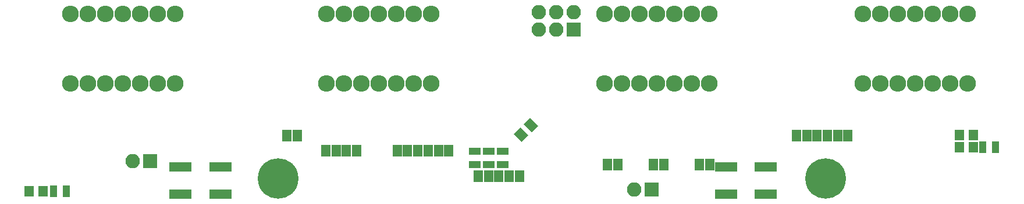
<source format=gbr>
G04 #@! TF.FileFunction,Soldermask,Top*
%FSLAX46Y46*%
G04 Gerber Fmt 4.6, Leading zero omitted, Abs format (unit mm)*
G04 Created by KiCad (PCBNEW 4.0.4+e1-6308~48~ubuntu14.04.1-stable) date Mon Nov 27 13:47:36 2017*
%MOMM*%
%LPD*%
G01*
G04 APERTURE LIST*
%ADD10C,0.100000*%
%ADD11R,1.400000X1.650000*%
%ADD12R,1.700000X1.100000*%
%ADD13R,1.100000X1.700000*%
%ADD14C,5.900000*%
%ADD15R,1.400000X1.700000*%
%ADD16R,3.200000X1.400000*%
%ADD17R,2.100000X2.100000*%
%ADD18O,2.100000X2.100000*%
%ADD19O,2.432000X2.432000*%
G04 APERTURE END LIST*
D10*
G36*
X176381281Y-121435445D02*
X175214555Y-120268719D01*
X176204505Y-119278769D01*
X177371231Y-120445495D01*
X176381281Y-121435445D01*
X176381281Y-121435445D01*
G37*
G36*
X177795495Y-120021231D02*
X176628769Y-118854505D01*
X177618719Y-117864555D01*
X178785445Y-119031281D01*
X177795495Y-120021231D01*
X177795495Y-120021231D01*
G37*
D11*
X106700000Y-128650000D03*
X104700000Y-128650000D03*
X242100000Y-120400000D03*
X240100000Y-120400000D03*
D12*
X171550000Y-122800000D03*
X171550000Y-124700000D03*
X173600000Y-122800000D03*
X173600000Y-124700000D03*
D13*
X108200000Y-128650000D03*
X110100000Y-128650000D03*
X243450000Y-122200000D03*
X245350000Y-122200000D03*
D11*
X242100000Y-122200000D03*
X240100000Y-122200000D03*
D12*
X169550000Y-124700000D03*
X169550000Y-122800000D03*
D14*
X140900000Y-126800000D03*
X220600000Y-126800000D03*
D15*
X143700000Y-120500000D03*
X142200000Y-120500000D03*
X147850000Y-122700000D03*
X149350000Y-122700000D03*
X152350000Y-122700000D03*
X150850000Y-122700000D03*
X158250000Y-122700000D03*
X159750000Y-122700000D03*
X161250000Y-122700000D03*
X162750000Y-122700000D03*
X165750000Y-122700000D03*
X164250000Y-122700000D03*
X190350000Y-124700000D03*
X188850000Y-124700000D03*
X203750000Y-124700000D03*
X202250000Y-124700000D03*
X216350000Y-120500000D03*
X217850000Y-120500000D03*
X219350000Y-120500000D03*
X220850000Y-120500000D03*
X223850000Y-120500000D03*
X222350000Y-120500000D03*
X170050000Y-126450000D03*
X171550000Y-126450000D03*
X173050000Y-126450000D03*
X176050000Y-126450000D03*
X174550000Y-126450000D03*
D16*
X211875000Y-129085000D03*
X206075000Y-129085000D03*
X211875000Y-125085000D03*
X206075000Y-125085000D03*
X132500000Y-129085000D03*
X126700000Y-129085000D03*
X132500000Y-125085000D03*
X126700000Y-125085000D03*
D17*
X122300000Y-124250000D03*
D18*
X119760000Y-124250000D03*
D17*
X195300000Y-128400000D03*
D18*
X192760000Y-128400000D03*
D17*
X183950000Y-105000000D03*
D18*
X183950000Y-102460000D03*
X181410000Y-105000000D03*
X181410000Y-102460000D03*
X178870000Y-105000000D03*
X178870000Y-102460000D03*
D19*
X125920000Y-112880000D03*
X123380000Y-112880000D03*
X120840000Y-112880000D03*
X118300000Y-112880000D03*
X115760000Y-112880000D03*
X113220000Y-112880000D03*
X110680000Y-112880000D03*
X125920000Y-102720000D03*
X123380000Y-102720000D03*
X120840000Y-102720000D03*
X110680000Y-102720000D03*
X113220000Y-102720000D03*
X115760000Y-102720000D03*
X118300000Y-102720000D03*
X163220000Y-112880000D03*
X160680000Y-112880000D03*
X158140000Y-112880000D03*
X155600000Y-112880000D03*
X153060000Y-112880000D03*
X150520000Y-112880000D03*
X147980000Y-112880000D03*
X163220000Y-102720000D03*
X160680000Y-102720000D03*
X158140000Y-102720000D03*
X147980000Y-102720000D03*
X150520000Y-102720000D03*
X153060000Y-102720000D03*
X155600000Y-102720000D03*
X203670000Y-112880000D03*
X201130000Y-112880000D03*
X198590000Y-112880000D03*
X196050000Y-112880000D03*
X193510000Y-112880000D03*
X190970000Y-112880000D03*
X188430000Y-112880000D03*
X203670000Y-102720000D03*
X201130000Y-102720000D03*
X198590000Y-102720000D03*
X188430000Y-102720000D03*
X190970000Y-102720000D03*
X193510000Y-102720000D03*
X196050000Y-102720000D03*
X241270000Y-112880000D03*
X238730000Y-112880000D03*
X236190000Y-112880000D03*
X233650000Y-112880000D03*
X231110000Y-112880000D03*
X228570000Y-112880000D03*
X226030000Y-112880000D03*
X241270000Y-102720000D03*
X238730000Y-102720000D03*
X236190000Y-102720000D03*
X226030000Y-102720000D03*
X228570000Y-102720000D03*
X231110000Y-102720000D03*
X233650000Y-102720000D03*
D15*
X197050000Y-124700000D03*
X195550000Y-124700000D03*
M02*

</source>
